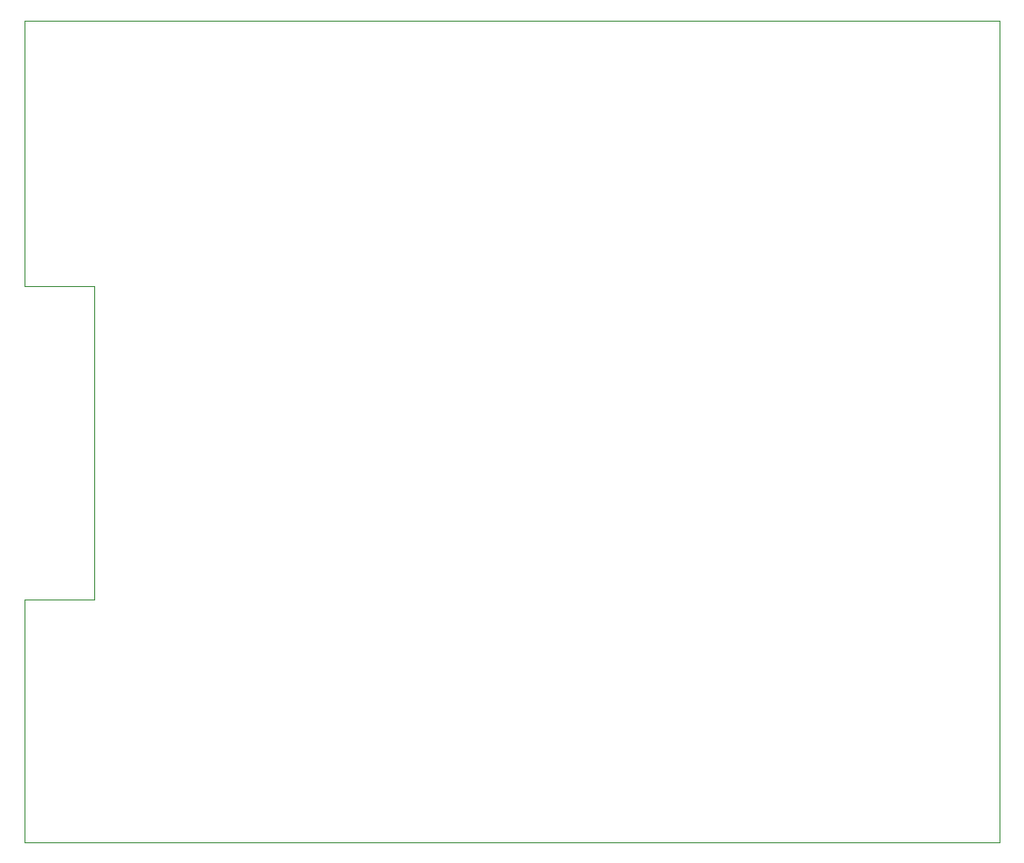
<source format=gbr>
G04 #@! TF.GenerationSoftware,KiCad,Pcbnew,(5.1.5)-3*
G04 #@! TF.CreationDate,2021-01-31T13:17:02+13:00*
G04 #@! TF.ProjectId,PocketTRS,506f636b-6574-4545-9253-2e6b69636164,rev?*
G04 #@! TF.SameCoordinates,Original*
G04 #@! TF.FileFunction,Legend,Bot*
G04 #@! TF.FilePolarity,Positive*
%FSLAX46Y46*%
G04 Gerber Fmt 4.6, Leading zero omitted, Abs format (unit mm)*
G04 Created by KiCad (PCBNEW (5.1.5)-3) date 2021-01-31 13:17:02*
%MOMM*%
%LPD*%
G04 APERTURE LIST*
%ADD10C,0.050000*%
G04 APERTURE END LIST*
D10*
X165100000Y-135890000D02*
X165100000Y-114046000D01*
X165100000Y-64770000D02*
X165100000Y-85852000D01*
X171323000Y-85852000D02*
X171323000Y-90805000D01*
X171323000Y-85852000D02*
X165100000Y-85852000D01*
X171323000Y-114046000D02*
X171323000Y-90805000D01*
X165100000Y-114046000D02*
X171323000Y-114046000D01*
X252730000Y-64770000D02*
X252730000Y-61976000D01*
X165100000Y-61976000D02*
X165100000Y-64770000D01*
X252730000Y-135890000D02*
X165100000Y-135890000D01*
X252730000Y-64770000D02*
X252730000Y-135890000D01*
X165100000Y-61976000D02*
X252730000Y-61976000D01*
M02*

</source>
